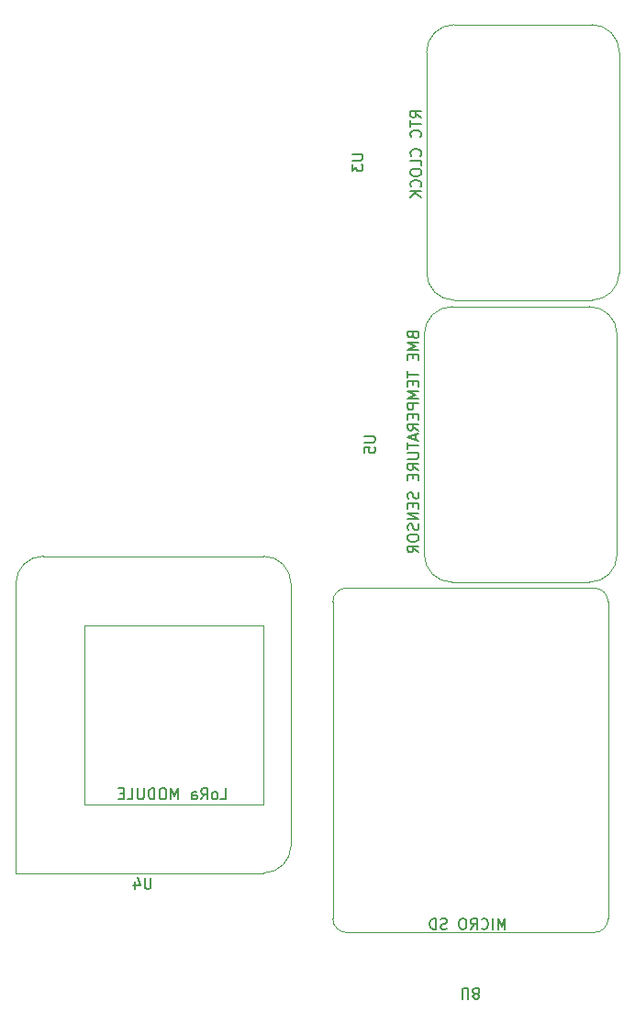
<source format=gbr>
%TF.GenerationSoftware,KiCad,Pcbnew,7.0.1-0*%
%TF.CreationDate,2023-04-22T10:01:52-07:00*%
%TF.ProjectId,Pioneer Controller V3,50696f6e-6565-4722-9043-6f6e74726f6c,rev?*%
%TF.SameCoordinates,Original*%
%TF.FileFunction,Legend,Bot*%
%TF.FilePolarity,Positive*%
%FSLAX46Y46*%
G04 Gerber Fmt 4.6, Leading zero omitted, Abs format (unit mm)*
G04 Created by KiCad (PCBNEW 7.0.1-0) date 2023-04-22 10:01:52*
%MOMM*%
%LPD*%
G01*
G04 APERTURE LIST*
%ADD10C,0.150000*%
%ADD11C,0.120000*%
G04 APERTURE END LIST*
D10*
X50202381Y-99712619D02*
X50678571Y-99712619D01*
X50678571Y-99712619D02*
X50678571Y-98712619D01*
X49726190Y-99712619D02*
X49821428Y-99665000D01*
X49821428Y-99665000D02*
X49869047Y-99617380D01*
X49869047Y-99617380D02*
X49916666Y-99522142D01*
X49916666Y-99522142D02*
X49916666Y-99236428D01*
X49916666Y-99236428D02*
X49869047Y-99141190D01*
X49869047Y-99141190D02*
X49821428Y-99093571D01*
X49821428Y-99093571D02*
X49726190Y-99045952D01*
X49726190Y-99045952D02*
X49583333Y-99045952D01*
X49583333Y-99045952D02*
X49488095Y-99093571D01*
X49488095Y-99093571D02*
X49440476Y-99141190D01*
X49440476Y-99141190D02*
X49392857Y-99236428D01*
X49392857Y-99236428D02*
X49392857Y-99522142D01*
X49392857Y-99522142D02*
X49440476Y-99617380D01*
X49440476Y-99617380D02*
X49488095Y-99665000D01*
X49488095Y-99665000D02*
X49583333Y-99712619D01*
X49583333Y-99712619D02*
X49726190Y-99712619D01*
X48392857Y-99712619D02*
X48726190Y-99236428D01*
X48964285Y-99712619D02*
X48964285Y-98712619D01*
X48964285Y-98712619D02*
X48583333Y-98712619D01*
X48583333Y-98712619D02*
X48488095Y-98760238D01*
X48488095Y-98760238D02*
X48440476Y-98807857D01*
X48440476Y-98807857D02*
X48392857Y-98903095D01*
X48392857Y-98903095D02*
X48392857Y-99045952D01*
X48392857Y-99045952D02*
X48440476Y-99141190D01*
X48440476Y-99141190D02*
X48488095Y-99188809D01*
X48488095Y-99188809D02*
X48583333Y-99236428D01*
X48583333Y-99236428D02*
X48964285Y-99236428D01*
X47535714Y-99712619D02*
X47535714Y-99188809D01*
X47535714Y-99188809D02*
X47583333Y-99093571D01*
X47583333Y-99093571D02*
X47678571Y-99045952D01*
X47678571Y-99045952D02*
X47869047Y-99045952D01*
X47869047Y-99045952D02*
X47964285Y-99093571D01*
X47535714Y-99665000D02*
X47630952Y-99712619D01*
X47630952Y-99712619D02*
X47869047Y-99712619D01*
X47869047Y-99712619D02*
X47964285Y-99665000D01*
X47964285Y-99665000D02*
X48011904Y-99569761D01*
X48011904Y-99569761D02*
X48011904Y-99474523D01*
X48011904Y-99474523D02*
X47964285Y-99379285D01*
X47964285Y-99379285D02*
X47869047Y-99331666D01*
X47869047Y-99331666D02*
X47630952Y-99331666D01*
X47630952Y-99331666D02*
X47535714Y-99284047D01*
X46297618Y-99712619D02*
X46297618Y-98712619D01*
X46297618Y-98712619D02*
X45964285Y-99426904D01*
X45964285Y-99426904D02*
X45630952Y-98712619D01*
X45630952Y-98712619D02*
X45630952Y-99712619D01*
X44964285Y-98712619D02*
X44773809Y-98712619D01*
X44773809Y-98712619D02*
X44678571Y-98760238D01*
X44678571Y-98760238D02*
X44583333Y-98855476D01*
X44583333Y-98855476D02*
X44535714Y-99045952D01*
X44535714Y-99045952D02*
X44535714Y-99379285D01*
X44535714Y-99379285D02*
X44583333Y-99569761D01*
X44583333Y-99569761D02*
X44678571Y-99665000D01*
X44678571Y-99665000D02*
X44773809Y-99712619D01*
X44773809Y-99712619D02*
X44964285Y-99712619D01*
X44964285Y-99712619D02*
X45059523Y-99665000D01*
X45059523Y-99665000D02*
X45154761Y-99569761D01*
X45154761Y-99569761D02*
X45202380Y-99379285D01*
X45202380Y-99379285D02*
X45202380Y-99045952D01*
X45202380Y-99045952D02*
X45154761Y-98855476D01*
X45154761Y-98855476D02*
X45059523Y-98760238D01*
X45059523Y-98760238D02*
X44964285Y-98712619D01*
X44107142Y-99712619D02*
X44107142Y-98712619D01*
X44107142Y-98712619D02*
X43869047Y-98712619D01*
X43869047Y-98712619D02*
X43726190Y-98760238D01*
X43726190Y-98760238D02*
X43630952Y-98855476D01*
X43630952Y-98855476D02*
X43583333Y-98950714D01*
X43583333Y-98950714D02*
X43535714Y-99141190D01*
X43535714Y-99141190D02*
X43535714Y-99284047D01*
X43535714Y-99284047D02*
X43583333Y-99474523D01*
X43583333Y-99474523D02*
X43630952Y-99569761D01*
X43630952Y-99569761D02*
X43726190Y-99665000D01*
X43726190Y-99665000D02*
X43869047Y-99712619D01*
X43869047Y-99712619D02*
X44107142Y-99712619D01*
X43107142Y-98712619D02*
X43107142Y-99522142D01*
X43107142Y-99522142D02*
X43059523Y-99617380D01*
X43059523Y-99617380D02*
X43011904Y-99665000D01*
X43011904Y-99665000D02*
X42916666Y-99712619D01*
X42916666Y-99712619D02*
X42726190Y-99712619D01*
X42726190Y-99712619D02*
X42630952Y-99665000D01*
X42630952Y-99665000D02*
X42583333Y-99617380D01*
X42583333Y-99617380D02*
X42535714Y-99522142D01*
X42535714Y-99522142D02*
X42535714Y-98712619D01*
X41583333Y-99712619D02*
X42059523Y-99712619D01*
X42059523Y-99712619D02*
X42059523Y-98712619D01*
X41249999Y-99188809D02*
X40916666Y-99188809D01*
X40773809Y-99712619D02*
X41249999Y-99712619D01*
X41249999Y-99712619D02*
X41249999Y-98712619D01*
X41249999Y-98712619D02*
X40773809Y-98712619D01*
X67938809Y-56940475D02*
X67986428Y-57083332D01*
X67986428Y-57083332D02*
X68034047Y-57130951D01*
X68034047Y-57130951D02*
X68129285Y-57178570D01*
X68129285Y-57178570D02*
X68272142Y-57178570D01*
X68272142Y-57178570D02*
X68367380Y-57130951D01*
X68367380Y-57130951D02*
X68415000Y-57083332D01*
X68415000Y-57083332D02*
X68462619Y-56988094D01*
X68462619Y-56988094D02*
X68462619Y-56607142D01*
X68462619Y-56607142D02*
X67462619Y-56607142D01*
X67462619Y-56607142D02*
X67462619Y-56940475D01*
X67462619Y-56940475D02*
X67510238Y-57035713D01*
X67510238Y-57035713D02*
X67557857Y-57083332D01*
X67557857Y-57083332D02*
X67653095Y-57130951D01*
X67653095Y-57130951D02*
X67748333Y-57130951D01*
X67748333Y-57130951D02*
X67843571Y-57083332D01*
X67843571Y-57083332D02*
X67891190Y-57035713D01*
X67891190Y-57035713D02*
X67938809Y-56940475D01*
X67938809Y-56940475D02*
X67938809Y-56607142D01*
X68462619Y-57607142D02*
X67462619Y-57607142D01*
X67462619Y-57607142D02*
X68176904Y-57940475D01*
X68176904Y-57940475D02*
X67462619Y-58273808D01*
X67462619Y-58273808D02*
X68462619Y-58273808D01*
X67938809Y-58749999D02*
X67938809Y-59083332D01*
X68462619Y-59226189D02*
X68462619Y-58749999D01*
X68462619Y-58749999D02*
X67462619Y-58749999D01*
X67462619Y-58749999D02*
X67462619Y-59226189D01*
X67462619Y-60273809D02*
X67462619Y-60845237D01*
X68462619Y-60559523D02*
X67462619Y-60559523D01*
X67938809Y-61178571D02*
X67938809Y-61511904D01*
X68462619Y-61654761D02*
X68462619Y-61178571D01*
X68462619Y-61178571D02*
X67462619Y-61178571D01*
X67462619Y-61178571D02*
X67462619Y-61654761D01*
X68462619Y-62083333D02*
X67462619Y-62083333D01*
X67462619Y-62083333D02*
X68176904Y-62416666D01*
X68176904Y-62416666D02*
X67462619Y-62749999D01*
X67462619Y-62749999D02*
X68462619Y-62749999D01*
X68462619Y-63226190D02*
X67462619Y-63226190D01*
X67462619Y-63226190D02*
X67462619Y-63607142D01*
X67462619Y-63607142D02*
X67510238Y-63702380D01*
X67510238Y-63702380D02*
X67557857Y-63749999D01*
X67557857Y-63749999D02*
X67653095Y-63797618D01*
X67653095Y-63797618D02*
X67795952Y-63797618D01*
X67795952Y-63797618D02*
X67891190Y-63749999D01*
X67891190Y-63749999D02*
X67938809Y-63702380D01*
X67938809Y-63702380D02*
X67986428Y-63607142D01*
X67986428Y-63607142D02*
X67986428Y-63226190D01*
X67938809Y-64226190D02*
X67938809Y-64559523D01*
X68462619Y-64702380D02*
X68462619Y-64226190D01*
X68462619Y-64226190D02*
X67462619Y-64226190D01*
X67462619Y-64226190D02*
X67462619Y-64702380D01*
X68462619Y-65702380D02*
X67986428Y-65369047D01*
X68462619Y-65130952D02*
X67462619Y-65130952D01*
X67462619Y-65130952D02*
X67462619Y-65511904D01*
X67462619Y-65511904D02*
X67510238Y-65607142D01*
X67510238Y-65607142D02*
X67557857Y-65654761D01*
X67557857Y-65654761D02*
X67653095Y-65702380D01*
X67653095Y-65702380D02*
X67795952Y-65702380D01*
X67795952Y-65702380D02*
X67891190Y-65654761D01*
X67891190Y-65654761D02*
X67938809Y-65607142D01*
X67938809Y-65607142D02*
X67986428Y-65511904D01*
X67986428Y-65511904D02*
X67986428Y-65130952D01*
X68176904Y-66083333D02*
X68176904Y-66559523D01*
X68462619Y-65988095D02*
X67462619Y-66321428D01*
X67462619Y-66321428D02*
X68462619Y-66654761D01*
X67462619Y-66845238D02*
X67462619Y-67416666D01*
X68462619Y-67130952D02*
X67462619Y-67130952D01*
X67462619Y-67750000D02*
X68272142Y-67750000D01*
X68272142Y-67750000D02*
X68367380Y-67797619D01*
X68367380Y-67797619D02*
X68415000Y-67845238D01*
X68415000Y-67845238D02*
X68462619Y-67940476D01*
X68462619Y-67940476D02*
X68462619Y-68130952D01*
X68462619Y-68130952D02*
X68415000Y-68226190D01*
X68415000Y-68226190D02*
X68367380Y-68273809D01*
X68367380Y-68273809D02*
X68272142Y-68321428D01*
X68272142Y-68321428D02*
X67462619Y-68321428D01*
X68462619Y-69369047D02*
X67986428Y-69035714D01*
X68462619Y-68797619D02*
X67462619Y-68797619D01*
X67462619Y-68797619D02*
X67462619Y-69178571D01*
X67462619Y-69178571D02*
X67510238Y-69273809D01*
X67510238Y-69273809D02*
X67557857Y-69321428D01*
X67557857Y-69321428D02*
X67653095Y-69369047D01*
X67653095Y-69369047D02*
X67795952Y-69369047D01*
X67795952Y-69369047D02*
X67891190Y-69321428D01*
X67891190Y-69321428D02*
X67938809Y-69273809D01*
X67938809Y-69273809D02*
X67986428Y-69178571D01*
X67986428Y-69178571D02*
X67986428Y-68797619D01*
X67938809Y-69797619D02*
X67938809Y-70130952D01*
X68462619Y-70273809D02*
X68462619Y-69797619D01*
X68462619Y-69797619D02*
X67462619Y-69797619D01*
X67462619Y-69797619D02*
X67462619Y-70273809D01*
X68415000Y-71416667D02*
X68462619Y-71559524D01*
X68462619Y-71559524D02*
X68462619Y-71797619D01*
X68462619Y-71797619D02*
X68415000Y-71892857D01*
X68415000Y-71892857D02*
X68367380Y-71940476D01*
X68367380Y-71940476D02*
X68272142Y-71988095D01*
X68272142Y-71988095D02*
X68176904Y-71988095D01*
X68176904Y-71988095D02*
X68081666Y-71940476D01*
X68081666Y-71940476D02*
X68034047Y-71892857D01*
X68034047Y-71892857D02*
X67986428Y-71797619D01*
X67986428Y-71797619D02*
X67938809Y-71607143D01*
X67938809Y-71607143D02*
X67891190Y-71511905D01*
X67891190Y-71511905D02*
X67843571Y-71464286D01*
X67843571Y-71464286D02*
X67748333Y-71416667D01*
X67748333Y-71416667D02*
X67653095Y-71416667D01*
X67653095Y-71416667D02*
X67557857Y-71464286D01*
X67557857Y-71464286D02*
X67510238Y-71511905D01*
X67510238Y-71511905D02*
X67462619Y-71607143D01*
X67462619Y-71607143D02*
X67462619Y-71845238D01*
X67462619Y-71845238D02*
X67510238Y-71988095D01*
X67938809Y-72416667D02*
X67938809Y-72750000D01*
X68462619Y-72892857D02*
X68462619Y-72416667D01*
X68462619Y-72416667D02*
X67462619Y-72416667D01*
X67462619Y-72416667D02*
X67462619Y-72892857D01*
X68462619Y-73321429D02*
X67462619Y-73321429D01*
X67462619Y-73321429D02*
X68462619Y-73892857D01*
X68462619Y-73892857D02*
X67462619Y-73892857D01*
X68415000Y-74321429D02*
X68462619Y-74464286D01*
X68462619Y-74464286D02*
X68462619Y-74702381D01*
X68462619Y-74702381D02*
X68415000Y-74797619D01*
X68415000Y-74797619D02*
X68367380Y-74845238D01*
X68367380Y-74845238D02*
X68272142Y-74892857D01*
X68272142Y-74892857D02*
X68176904Y-74892857D01*
X68176904Y-74892857D02*
X68081666Y-74845238D01*
X68081666Y-74845238D02*
X68034047Y-74797619D01*
X68034047Y-74797619D02*
X67986428Y-74702381D01*
X67986428Y-74702381D02*
X67938809Y-74511905D01*
X67938809Y-74511905D02*
X67891190Y-74416667D01*
X67891190Y-74416667D02*
X67843571Y-74369048D01*
X67843571Y-74369048D02*
X67748333Y-74321429D01*
X67748333Y-74321429D02*
X67653095Y-74321429D01*
X67653095Y-74321429D02*
X67557857Y-74369048D01*
X67557857Y-74369048D02*
X67510238Y-74416667D01*
X67510238Y-74416667D02*
X67462619Y-74511905D01*
X67462619Y-74511905D02*
X67462619Y-74750000D01*
X67462619Y-74750000D02*
X67510238Y-74892857D01*
X67462619Y-75511905D02*
X67462619Y-75702381D01*
X67462619Y-75702381D02*
X67510238Y-75797619D01*
X67510238Y-75797619D02*
X67605476Y-75892857D01*
X67605476Y-75892857D02*
X67795952Y-75940476D01*
X67795952Y-75940476D02*
X68129285Y-75940476D01*
X68129285Y-75940476D02*
X68319761Y-75892857D01*
X68319761Y-75892857D02*
X68415000Y-75797619D01*
X68415000Y-75797619D02*
X68462619Y-75702381D01*
X68462619Y-75702381D02*
X68462619Y-75511905D01*
X68462619Y-75511905D02*
X68415000Y-75416667D01*
X68415000Y-75416667D02*
X68319761Y-75321429D01*
X68319761Y-75321429D02*
X68129285Y-75273810D01*
X68129285Y-75273810D02*
X67795952Y-75273810D01*
X67795952Y-75273810D02*
X67605476Y-75321429D01*
X67605476Y-75321429D02*
X67510238Y-75416667D01*
X67510238Y-75416667D02*
X67462619Y-75511905D01*
X68462619Y-76940476D02*
X67986428Y-76607143D01*
X68462619Y-76369048D02*
X67462619Y-76369048D01*
X67462619Y-76369048D02*
X67462619Y-76750000D01*
X67462619Y-76750000D02*
X67510238Y-76845238D01*
X67510238Y-76845238D02*
X67557857Y-76892857D01*
X67557857Y-76892857D02*
X67653095Y-76940476D01*
X67653095Y-76940476D02*
X67795952Y-76940476D01*
X67795952Y-76940476D02*
X67891190Y-76892857D01*
X67891190Y-76892857D02*
X67938809Y-76845238D01*
X67938809Y-76845238D02*
X67986428Y-76750000D01*
X67986428Y-76750000D02*
X67986428Y-76369048D01*
X68712619Y-36869047D02*
X68236428Y-36535714D01*
X68712619Y-36297619D02*
X67712619Y-36297619D01*
X67712619Y-36297619D02*
X67712619Y-36678571D01*
X67712619Y-36678571D02*
X67760238Y-36773809D01*
X67760238Y-36773809D02*
X67807857Y-36821428D01*
X67807857Y-36821428D02*
X67903095Y-36869047D01*
X67903095Y-36869047D02*
X68045952Y-36869047D01*
X68045952Y-36869047D02*
X68141190Y-36821428D01*
X68141190Y-36821428D02*
X68188809Y-36773809D01*
X68188809Y-36773809D02*
X68236428Y-36678571D01*
X68236428Y-36678571D02*
X68236428Y-36297619D01*
X67712619Y-37154762D02*
X67712619Y-37726190D01*
X68712619Y-37440476D02*
X67712619Y-37440476D01*
X68617380Y-38630952D02*
X68665000Y-38583333D01*
X68665000Y-38583333D02*
X68712619Y-38440476D01*
X68712619Y-38440476D02*
X68712619Y-38345238D01*
X68712619Y-38345238D02*
X68665000Y-38202381D01*
X68665000Y-38202381D02*
X68569761Y-38107143D01*
X68569761Y-38107143D02*
X68474523Y-38059524D01*
X68474523Y-38059524D02*
X68284047Y-38011905D01*
X68284047Y-38011905D02*
X68141190Y-38011905D01*
X68141190Y-38011905D02*
X67950714Y-38059524D01*
X67950714Y-38059524D02*
X67855476Y-38107143D01*
X67855476Y-38107143D02*
X67760238Y-38202381D01*
X67760238Y-38202381D02*
X67712619Y-38345238D01*
X67712619Y-38345238D02*
X67712619Y-38440476D01*
X67712619Y-38440476D02*
X67760238Y-38583333D01*
X67760238Y-38583333D02*
X67807857Y-38630952D01*
X68617380Y-40392857D02*
X68665000Y-40345238D01*
X68665000Y-40345238D02*
X68712619Y-40202381D01*
X68712619Y-40202381D02*
X68712619Y-40107143D01*
X68712619Y-40107143D02*
X68665000Y-39964286D01*
X68665000Y-39964286D02*
X68569761Y-39869048D01*
X68569761Y-39869048D02*
X68474523Y-39821429D01*
X68474523Y-39821429D02*
X68284047Y-39773810D01*
X68284047Y-39773810D02*
X68141190Y-39773810D01*
X68141190Y-39773810D02*
X67950714Y-39821429D01*
X67950714Y-39821429D02*
X67855476Y-39869048D01*
X67855476Y-39869048D02*
X67760238Y-39964286D01*
X67760238Y-39964286D02*
X67712619Y-40107143D01*
X67712619Y-40107143D02*
X67712619Y-40202381D01*
X67712619Y-40202381D02*
X67760238Y-40345238D01*
X67760238Y-40345238D02*
X67807857Y-40392857D01*
X68712619Y-41297619D02*
X68712619Y-40821429D01*
X68712619Y-40821429D02*
X67712619Y-40821429D01*
X67712619Y-41821429D02*
X67712619Y-42011905D01*
X67712619Y-42011905D02*
X67760238Y-42107143D01*
X67760238Y-42107143D02*
X67855476Y-42202381D01*
X67855476Y-42202381D02*
X68045952Y-42250000D01*
X68045952Y-42250000D02*
X68379285Y-42250000D01*
X68379285Y-42250000D02*
X68569761Y-42202381D01*
X68569761Y-42202381D02*
X68665000Y-42107143D01*
X68665000Y-42107143D02*
X68712619Y-42011905D01*
X68712619Y-42011905D02*
X68712619Y-41821429D01*
X68712619Y-41821429D02*
X68665000Y-41726191D01*
X68665000Y-41726191D02*
X68569761Y-41630953D01*
X68569761Y-41630953D02*
X68379285Y-41583334D01*
X68379285Y-41583334D02*
X68045952Y-41583334D01*
X68045952Y-41583334D02*
X67855476Y-41630953D01*
X67855476Y-41630953D02*
X67760238Y-41726191D01*
X67760238Y-41726191D02*
X67712619Y-41821429D01*
X68617380Y-43250000D02*
X68665000Y-43202381D01*
X68665000Y-43202381D02*
X68712619Y-43059524D01*
X68712619Y-43059524D02*
X68712619Y-42964286D01*
X68712619Y-42964286D02*
X68665000Y-42821429D01*
X68665000Y-42821429D02*
X68569761Y-42726191D01*
X68569761Y-42726191D02*
X68474523Y-42678572D01*
X68474523Y-42678572D02*
X68284047Y-42630953D01*
X68284047Y-42630953D02*
X68141190Y-42630953D01*
X68141190Y-42630953D02*
X67950714Y-42678572D01*
X67950714Y-42678572D02*
X67855476Y-42726191D01*
X67855476Y-42726191D02*
X67760238Y-42821429D01*
X67760238Y-42821429D02*
X67712619Y-42964286D01*
X67712619Y-42964286D02*
X67712619Y-43059524D01*
X67712619Y-43059524D02*
X67760238Y-43202381D01*
X67760238Y-43202381D02*
X67807857Y-43250000D01*
X68712619Y-43678572D02*
X67712619Y-43678572D01*
X68712619Y-44250000D02*
X68141190Y-43821429D01*
X67712619Y-44250000D02*
X68284047Y-43678572D01*
X76452380Y-111712619D02*
X76452380Y-110712619D01*
X76452380Y-110712619D02*
X76119047Y-111426904D01*
X76119047Y-111426904D02*
X75785714Y-110712619D01*
X75785714Y-110712619D02*
X75785714Y-111712619D01*
X75309523Y-111712619D02*
X75309523Y-110712619D01*
X74261905Y-111617380D02*
X74309524Y-111665000D01*
X74309524Y-111665000D02*
X74452381Y-111712619D01*
X74452381Y-111712619D02*
X74547619Y-111712619D01*
X74547619Y-111712619D02*
X74690476Y-111665000D01*
X74690476Y-111665000D02*
X74785714Y-111569761D01*
X74785714Y-111569761D02*
X74833333Y-111474523D01*
X74833333Y-111474523D02*
X74880952Y-111284047D01*
X74880952Y-111284047D02*
X74880952Y-111141190D01*
X74880952Y-111141190D02*
X74833333Y-110950714D01*
X74833333Y-110950714D02*
X74785714Y-110855476D01*
X74785714Y-110855476D02*
X74690476Y-110760238D01*
X74690476Y-110760238D02*
X74547619Y-110712619D01*
X74547619Y-110712619D02*
X74452381Y-110712619D01*
X74452381Y-110712619D02*
X74309524Y-110760238D01*
X74309524Y-110760238D02*
X74261905Y-110807857D01*
X73261905Y-111712619D02*
X73595238Y-111236428D01*
X73833333Y-111712619D02*
X73833333Y-110712619D01*
X73833333Y-110712619D02*
X73452381Y-110712619D01*
X73452381Y-110712619D02*
X73357143Y-110760238D01*
X73357143Y-110760238D02*
X73309524Y-110807857D01*
X73309524Y-110807857D02*
X73261905Y-110903095D01*
X73261905Y-110903095D02*
X73261905Y-111045952D01*
X73261905Y-111045952D02*
X73309524Y-111141190D01*
X73309524Y-111141190D02*
X73357143Y-111188809D01*
X73357143Y-111188809D02*
X73452381Y-111236428D01*
X73452381Y-111236428D02*
X73833333Y-111236428D01*
X72642857Y-110712619D02*
X72452381Y-110712619D01*
X72452381Y-110712619D02*
X72357143Y-110760238D01*
X72357143Y-110760238D02*
X72261905Y-110855476D01*
X72261905Y-110855476D02*
X72214286Y-111045952D01*
X72214286Y-111045952D02*
X72214286Y-111379285D01*
X72214286Y-111379285D02*
X72261905Y-111569761D01*
X72261905Y-111569761D02*
X72357143Y-111665000D01*
X72357143Y-111665000D02*
X72452381Y-111712619D01*
X72452381Y-111712619D02*
X72642857Y-111712619D01*
X72642857Y-111712619D02*
X72738095Y-111665000D01*
X72738095Y-111665000D02*
X72833333Y-111569761D01*
X72833333Y-111569761D02*
X72880952Y-111379285D01*
X72880952Y-111379285D02*
X72880952Y-111045952D01*
X72880952Y-111045952D02*
X72833333Y-110855476D01*
X72833333Y-110855476D02*
X72738095Y-110760238D01*
X72738095Y-110760238D02*
X72642857Y-110712619D01*
X71071428Y-111665000D02*
X70928571Y-111712619D01*
X70928571Y-111712619D02*
X70690476Y-111712619D01*
X70690476Y-111712619D02*
X70595238Y-111665000D01*
X70595238Y-111665000D02*
X70547619Y-111617380D01*
X70547619Y-111617380D02*
X70500000Y-111522142D01*
X70500000Y-111522142D02*
X70500000Y-111426904D01*
X70500000Y-111426904D02*
X70547619Y-111331666D01*
X70547619Y-111331666D02*
X70595238Y-111284047D01*
X70595238Y-111284047D02*
X70690476Y-111236428D01*
X70690476Y-111236428D02*
X70880952Y-111188809D01*
X70880952Y-111188809D02*
X70976190Y-111141190D01*
X70976190Y-111141190D02*
X71023809Y-111093571D01*
X71023809Y-111093571D02*
X71071428Y-110998333D01*
X71071428Y-110998333D02*
X71071428Y-110903095D01*
X71071428Y-110903095D02*
X71023809Y-110807857D01*
X71023809Y-110807857D02*
X70976190Y-110760238D01*
X70976190Y-110760238D02*
X70880952Y-110712619D01*
X70880952Y-110712619D02*
X70642857Y-110712619D01*
X70642857Y-110712619D02*
X70500000Y-110760238D01*
X70071428Y-111712619D02*
X70071428Y-110712619D01*
X70071428Y-110712619D02*
X69833333Y-110712619D01*
X69833333Y-110712619D02*
X69690476Y-110760238D01*
X69690476Y-110760238D02*
X69595238Y-110855476D01*
X69595238Y-110855476D02*
X69547619Y-110950714D01*
X69547619Y-110950714D02*
X69500000Y-111141190D01*
X69500000Y-111141190D02*
X69500000Y-111284047D01*
X69500000Y-111284047D02*
X69547619Y-111474523D01*
X69547619Y-111474523D02*
X69595238Y-111569761D01*
X69595238Y-111569761D02*
X69690476Y-111665000D01*
X69690476Y-111665000D02*
X69833333Y-111712619D01*
X69833333Y-111712619D02*
X70071428Y-111712619D01*
%TO.C,U5*%
X63462619Y-66238095D02*
X64272142Y-66238095D01*
X64272142Y-66238095D02*
X64367380Y-66285714D01*
X64367380Y-66285714D02*
X64415000Y-66333333D01*
X64415000Y-66333333D02*
X64462619Y-66428571D01*
X64462619Y-66428571D02*
X64462619Y-66619047D01*
X64462619Y-66619047D02*
X64415000Y-66714285D01*
X64415000Y-66714285D02*
X64367380Y-66761904D01*
X64367380Y-66761904D02*
X64272142Y-66809523D01*
X64272142Y-66809523D02*
X63462619Y-66809523D01*
X63462619Y-67761904D02*
X63462619Y-67285714D01*
X63462619Y-67285714D02*
X63938809Y-67238095D01*
X63938809Y-67238095D02*
X63891190Y-67285714D01*
X63891190Y-67285714D02*
X63843571Y-67380952D01*
X63843571Y-67380952D02*
X63843571Y-67619047D01*
X63843571Y-67619047D02*
X63891190Y-67714285D01*
X63891190Y-67714285D02*
X63938809Y-67761904D01*
X63938809Y-67761904D02*
X64034047Y-67809523D01*
X64034047Y-67809523D02*
X64272142Y-67809523D01*
X64272142Y-67809523D02*
X64367380Y-67761904D01*
X64367380Y-67761904D02*
X64415000Y-67714285D01*
X64415000Y-67714285D02*
X64462619Y-67619047D01*
X64462619Y-67619047D02*
X64462619Y-67380952D01*
X64462619Y-67380952D02*
X64415000Y-67285714D01*
X64415000Y-67285714D02*
X64367380Y-67238095D01*
%TO.C,U8*%
X72488095Y-118107380D02*
X72488095Y-117297857D01*
X72488095Y-117297857D02*
X72535714Y-117202619D01*
X72535714Y-117202619D02*
X72583333Y-117155000D01*
X72583333Y-117155000D02*
X72678571Y-117107380D01*
X72678571Y-117107380D02*
X72869047Y-117107380D01*
X72869047Y-117107380D02*
X72964285Y-117155000D01*
X72964285Y-117155000D02*
X73011904Y-117202619D01*
X73011904Y-117202619D02*
X73059523Y-117297857D01*
X73059523Y-117297857D02*
X73059523Y-118107380D01*
X73678571Y-117678809D02*
X73583333Y-117726428D01*
X73583333Y-117726428D02*
X73535714Y-117774047D01*
X73535714Y-117774047D02*
X73488095Y-117869285D01*
X73488095Y-117869285D02*
X73488095Y-117916904D01*
X73488095Y-117916904D02*
X73535714Y-118012142D01*
X73535714Y-118012142D02*
X73583333Y-118059761D01*
X73583333Y-118059761D02*
X73678571Y-118107380D01*
X73678571Y-118107380D02*
X73869047Y-118107380D01*
X73869047Y-118107380D02*
X73964285Y-118059761D01*
X73964285Y-118059761D02*
X74011904Y-118012142D01*
X74011904Y-118012142D02*
X74059523Y-117916904D01*
X74059523Y-117916904D02*
X74059523Y-117869285D01*
X74059523Y-117869285D02*
X74011904Y-117774047D01*
X74011904Y-117774047D02*
X73964285Y-117726428D01*
X73964285Y-117726428D02*
X73869047Y-117678809D01*
X73869047Y-117678809D02*
X73678571Y-117678809D01*
X73678571Y-117678809D02*
X73583333Y-117631190D01*
X73583333Y-117631190D02*
X73535714Y-117583571D01*
X73535714Y-117583571D02*
X73488095Y-117488333D01*
X73488095Y-117488333D02*
X73488095Y-117297857D01*
X73488095Y-117297857D02*
X73535714Y-117202619D01*
X73535714Y-117202619D02*
X73583333Y-117155000D01*
X73583333Y-117155000D02*
X73678571Y-117107380D01*
X73678571Y-117107380D02*
X73869047Y-117107380D01*
X73869047Y-117107380D02*
X73964285Y-117155000D01*
X73964285Y-117155000D02*
X74011904Y-117202619D01*
X74011904Y-117202619D02*
X74059523Y-117297857D01*
X74059523Y-117297857D02*
X74059523Y-117488333D01*
X74059523Y-117488333D02*
X74011904Y-117583571D01*
X74011904Y-117583571D02*
X73964285Y-117631190D01*
X73964285Y-117631190D02*
X73869047Y-117678809D01*
%TO.C,U4*%
X43761904Y-106972619D02*
X43761904Y-107782142D01*
X43761904Y-107782142D02*
X43714285Y-107877380D01*
X43714285Y-107877380D02*
X43666666Y-107925000D01*
X43666666Y-107925000D02*
X43571428Y-107972619D01*
X43571428Y-107972619D02*
X43380952Y-107972619D01*
X43380952Y-107972619D02*
X43285714Y-107925000D01*
X43285714Y-107925000D02*
X43238095Y-107877380D01*
X43238095Y-107877380D02*
X43190476Y-107782142D01*
X43190476Y-107782142D02*
X43190476Y-106972619D01*
X42285714Y-107305952D02*
X42285714Y-107972619D01*
X42523809Y-106925000D02*
X42761904Y-107639285D01*
X42761904Y-107639285D02*
X42142857Y-107639285D01*
%TO.C,U3*%
X62317619Y-40238095D02*
X63127142Y-40238095D01*
X63127142Y-40238095D02*
X63222380Y-40285714D01*
X63222380Y-40285714D02*
X63270000Y-40333333D01*
X63270000Y-40333333D02*
X63317619Y-40428571D01*
X63317619Y-40428571D02*
X63317619Y-40619047D01*
X63317619Y-40619047D02*
X63270000Y-40714285D01*
X63270000Y-40714285D02*
X63222380Y-40761904D01*
X63222380Y-40761904D02*
X63127142Y-40809523D01*
X63127142Y-40809523D02*
X62317619Y-40809523D01*
X62317619Y-41190476D02*
X62317619Y-41809523D01*
X62317619Y-41809523D02*
X62698571Y-41476190D01*
X62698571Y-41476190D02*
X62698571Y-41619047D01*
X62698571Y-41619047D02*
X62746190Y-41714285D01*
X62746190Y-41714285D02*
X62793809Y-41761904D01*
X62793809Y-41761904D02*
X62889047Y-41809523D01*
X62889047Y-41809523D02*
X63127142Y-41809523D01*
X63127142Y-41809523D02*
X63222380Y-41761904D01*
X63222380Y-41761904D02*
X63270000Y-41714285D01*
X63270000Y-41714285D02*
X63317619Y-41619047D01*
X63317619Y-41619047D02*
X63317619Y-41333333D01*
X63317619Y-41333333D02*
X63270000Y-41238095D01*
X63270000Y-41238095D02*
X63222380Y-41190476D01*
D11*
%TO.C,U5*%
X71540000Y-54300000D02*
X84240000Y-54300000D01*
X86780000Y-56840000D02*
X86780000Y-77160000D01*
X69000000Y-77160000D02*
X69000000Y-56840000D01*
X84240000Y-79700000D02*
X71540000Y-79700000D01*
X86780000Y-56840000D02*
G75*
G03*
X84240000Y-54300000I-2540001J-1D01*
G01*
X71540000Y-54300000D02*
G75*
G03*
X69000000Y-56840000I1J-2540001D01*
G01*
X84240000Y-79700000D02*
G75*
G03*
X86780000Y-77160000I0J2540000D01*
G01*
X69000000Y-77160000D02*
G75*
G03*
X71540000Y-79700000I2540000J0D01*
G01*
%TO.C,U8*%
X60550000Y-81510000D02*
X60550000Y-110720000D01*
X61820000Y-80240000D02*
X84680000Y-80240000D01*
X61820000Y-111990000D02*
X84680000Y-111990000D01*
X85950000Y-110720000D02*
X85950000Y-81510000D01*
X61820000Y-80240000D02*
G75*
G03*
X60550000Y-81510000I-1J-1269999D01*
G01*
X60550000Y-110720000D02*
G75*
G03*
X61820000Y-111990000I1269999J-1D01*
G01*
X85950000Y-81510000D02*
G75*
G03*
X84680000Y-80240000I-1270000J0D01*
G01*
X84680000Y-111990000D02*
G75*
G03*
X85950000Y-110720000I0J1270000D01*
G01*
%TO.C,U4*%
X31300000Y-79840000D02*
X31300000Y-106510000D01*
X31300000Y-106510000D02*
X54160000Y-106510000D01*
X54160000Y-77300000D02*
X33840000Y-77300000D01*
X56700000Y-103970000D02*
X56700000Y-79840000D01*
X54160000Y-83650000D02*
X37650000Y-83650000D01*
X37650000Y-83650000D02*
X37650000Y-100160000D01*
X37650000Y-100160000D02*
X54160000Y-100160000D01*
X54160000Y-100160000D02*
X54160000Y-83650000D01*
X33840000Y-77300000D02*
G75*
G03*
X31300000Y-79840000I1J-2540001D01*
G01*
X56700000Y-79840000D02*
G75*
G03*
X54160000Y-77300000I-2540000J0D01*
G01*
X54160000Y-106510000D02*
G75*
G03*
X56700000Y-103970000I0J2540000D01*
G01*
%TO.C,U3*%
X84445000Y-28300000D02*
X71745000Y-28300000D01*
X69205000Y-30840000D02*
X69205000Y-51160000D01*
X86985000Y-51160000D02*
X86985000Y-30840000D01*
X71745000Y-53700000D02*
X84445000Y-53700000D01*
X86985000Y-30840000D02*
G75*
G03*
X84445000Y-28300000I-2540001J-1D01*
G01*
X71745000Y-28300000D02*
G75*
G03*
X69205000Y-30840000I1J-2540001D01*
G01*
X84445000Y-53700000D02*
G75*
G03*
X86985000Y-51160000I0J2540000D01*
G01*
X69205000Y-51160000D02*
G75*
G03*
X71745000Y-53700000I2540000J0D01*
G01*
%TD*%
M02*

</source>
